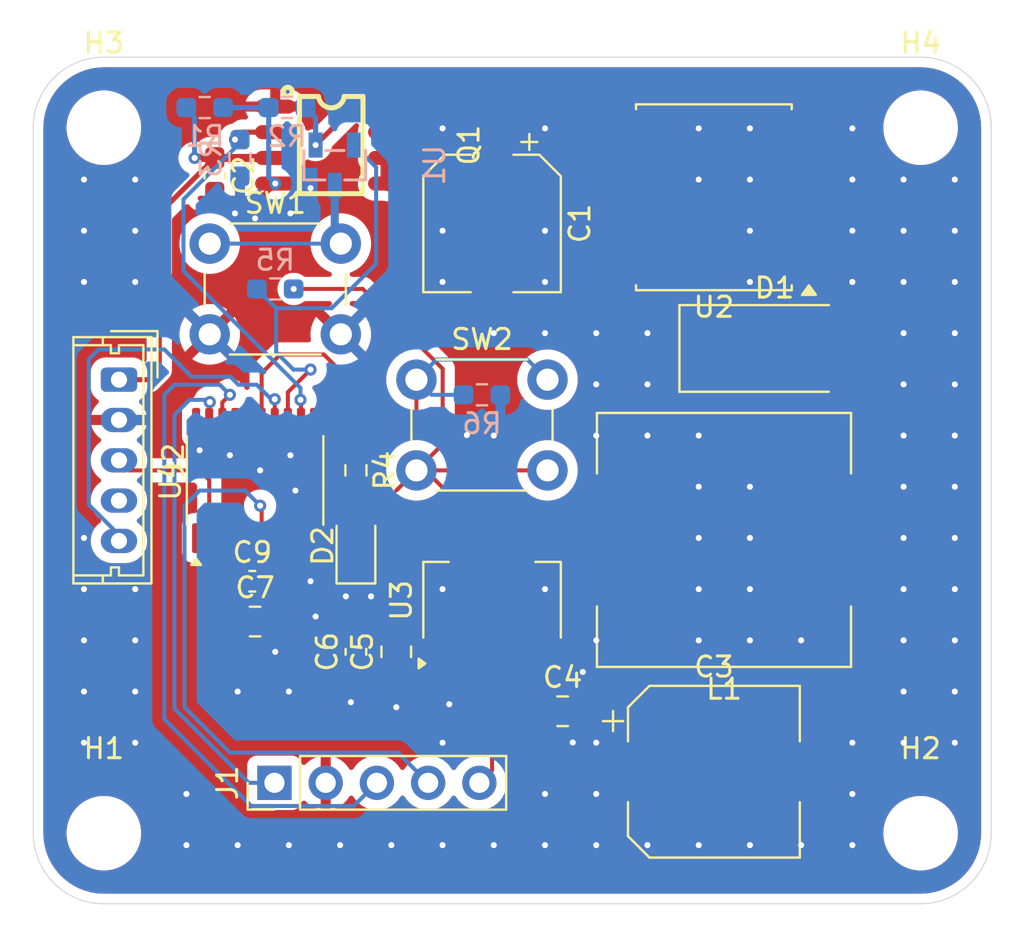
<source format=kicad_pcb>
(kicad_pcb (version 20241229) (generator "pcbnew") (generator_version "9.0")
  (layers (0 "F.Cu" signal) (2 "B.Cu" signal) (13 "F.Paste" user) (15 "B.Paste" user) (5 "F.SilkS" user "F.Silkscreen") (7 "B.SilkS" user "B.Silkscreen") (1 "F.Mask" user) (3 "B.Mask" user) (25 "Edge.Cuts" user))
  (net 0 "")
  (net 1 "GND")
  (net 2 "+36V")
  (net 3 "/Q1_G1")
  (net 4 "BATT+")
  (net 5 "+5V")
  (net 6 "+3.3V")
  (net 7 "Net-(D1-K)")
  (net 8 "Net-(D2-A)")
  (net 9 "/NRST")
  (net 10 "/EN")
  (net 11 "/SCOOTER_TX")
  (net 12 "/BUTTON")
  (net 13 "/Q1_D2")
  (net 14 "Net-(SW1-Pad1)")
  (net 15 "/PA13")
  (net 16 "/PA14")
  (net 17 "/PC14")
  (net 18 "/ON")
  (net 19 "/PA8")
  (net 20 "/PA1")
  (net 21 "/BOOT0_USART1_TX")
  (net 22 "/PA3")
  (net 23 "/PC15")
  (net 24 "/PB6")
  (net 25 "/PB7")
  (net 26 "/BOOT0_USART1_RX")
  (net 27 "/PA0")
  (net 28 "/PA2")
  (net 29 "/PA4")
  (footprint "Capacitor_SMD:CP_Elec_8x10" (layer "F.Cu") (at 97.25 77.95)
    (property "Reference" "C3" (at 0 -5.2 0) (layer "F.SilkS"))
    (property "Value" "220 uF")
    (pad "1" smd roundrect (at -3.25 0) (size 3.5 2.5) (layers "F.Cu" "F.Mask" "F.Paste") (roundrect_rratio 0.1) (net 5 "+5V"))
    (pad "2" smd roundrect (at 3.25 0) (size 3.5 2.5) (layers "F.Cu" "F.Mask" "F.Paste") (roundrect_rratio 0.1) (net 1 "GND"))
  )
  (footprint "Connector_PinHeader_2.54mm:PinHeader_1x05_P2.54mm_Vertical" (layer "F.Cu") (at 75.46 78.5 90)
    (property "Reference" "J1" (at 0 -2.33 90) (layer "F.SilkS"))
    (property "Value" "SWD")
    (pad "1" thru_hole rect (at 0 0 90) (size 1.7 1.7) (drill 1) (layers "*.Cu" "*.Mask") (net 16 "/PA14"))
    (pad "2" thru_hole oval (at 0 2.54 90) (size 1.7 1.7) (drill 1) (layers "*.Cu" "*.Mask") (net 1 "GND"))
    (pad "3" thru_hole oval (at 0 5.08 90) (size 1.7 1.7) (drill 1) (layers "*.Cu" "*.Mask") (net 15 "/PA13"))
    (pad "4" thru_hole oval (at 0 7.62 90) (size 1.7 1.7) (drill 1) (layers "*.Cu" "*.Mask") (net 9 "/NRST"))
    (pad "5" thru_hole oval (at 0 10.16 90) (size 1.7 1.7) (drill 1) (layers "*.Cu" "*.Mask") (net 6 "+3.3V"))
  )
  (footprint "Capacitor_SMD:C_0603_1608Metric_Pad1.08x0.95mm_HandSolder" (layer "F.Cu") (at 74.3625 68.5)
    (property "Reference" "C9" (at 0 -1.43 0) (layer "F.SilkS"))
    (property "Value" "100n")
    (pad "1" smd roundrect (at -0.8625 0) (size 1.075 0.95) (layers "F.Cu" "F.Mask" "F.Paste") (net 6 "+3.3V"))
    (pad "2" smd roundrect (at 0.8625 0) (size 1.075 0.95) (layers "F.Cu" "F.Mask" "F.Paste") (net 1 "GND"))
  )
  (footprint "Package_SO:SOIC-14W_7.5x9mm_P1.27mm" (layer "F.Cu") (at 97.25 49.45 180)
    (property "Reference" "U2" (at 0 -5.45 0) (layer "F.SilkS"))
    (property "Value" "LM2574HVM-5")
    (pad "1" smd roundrect (at -4.65 -3.81 180) (size 2.05 0.6) (layers "F.Cu" "F.Mask" "F.Paste"))
    (pad "2" smd roundrect (at -4.65 -2.54 180) (size 2.05 0.6) (layers "F.Cu" "F.Mask" "F.Paste"))
    (pad "3" smd roundrect (at -4.65 -1.27 180) (size 2.05 0.6) (layers "F.Cu" "F.Mask" "F.Paste") (net 5 "+5V"))
    (pad "4" smd roundrect (at -4.65 0 180) (size 2.05 0.6) (layers "F.Cu" "F.Mask" "F.Paste") (net 1 "GND"))
    (pad "5" smd roundrect (at -4.65 1.27 180) (size 2.05 0.6) (layers "F.Cu" "F.Mask" "F.Paste") (net 1 "GND"))
    (pad "6" smd roundrect (at -4.65 2.54 180) (size 2.05 0.6) (layers "F.Cu" "F.Mask" "F.Paste") (net 1 "GND"))
    (pad "7" smd roundrect (at -4.65 3.81 180) (size 2.05 0.6) (layers "F.Cu" "F.Mask" "F.Paste"))
    (pad "8" smd roundrect (at 4.65 3.81 180) (size 2.05 0.6) (layers "F.Cu" "F.Mask" "F.Paste"))
    (pad "9" smd roundrect (at 4.65 2.54 180) (size 2.05 0.6) (layers "F.Cu" "F.Mask" "F.Paste"))
    (pad "10" smd roundrect (at 4.65 1.27 180) (size 2.05 0.6) (layers "F.Cu" "F.Mask" "F.Paste") (net 2 "+36V"))
    (pad "11" smd roundrect (at 4.65 0 180) (size 2.05 0.6) (layers "F.Cu" "F.Mask" "F.Paste"))
    (pad "12" smd roundrect (at 4.65 -1.27 180) (size 2.05 0.6) (layers "F.Cu" "F.Mask" "F.Paste") (net 7 "Net-(D1-K)"))
    (pad "13" smd roundrect (at 4.65 -2.54 180) (size 2.05 0.6) (layers "F.Cu" "F.Mask" "F.Paste"))
    (pad "14" smd roundrect (at 4.65 -3.81 180) (size 2.05 0.6) (layers "F.Cu" "F.Mask" "F.Paste"))
  )
  (footprint "Capacitor_SMD:C_0603_1608Metric_Pad1.08x0.95mm_HandSolder" (layer "F.Cu") (at 79.5 72 90)
    (property "Reference" "C6" (at 0 -1.43 90) (layer "F.SilkS"))
    (property "Value" "100n|50V")
    (pad "1" smd roundrect (at -0.8625 0 90) (size 1.075 0.95) (layers "F.Cu" "F.Mask" "F.Paste") (net 6 "+3.3V"))
    (pad "2" smd roundrect (at 0.8625 0 90) (size 1.075 0.95) (layers "F.Cu" "F.Mask" "F.Paste") (net 1 "GND"))
  )
  (footprint "Capacitor_SMD:C_0805_2012Metric_Pad1.18x1.45mm_HandSolder" (layer "F.Cu") (at 89.75 74.95)
    (property "Reference" "C4" (at 0 -1.68 0) (layer "F.SilkS"))
    (property "Value" "22u|10V")
    (pad "1" smd roundrect (at -1.0375 0) (size 1.175 1.45) (layers "F.Cu" "F.Mask" "F.Paste") (roundrect_rratio 0.212766) (net 5 "+5V"))
    (pad "2" smd roundrect (at 1.0375 0) (size 1.175 1.45) (layers "F.Cu" "F.Mask" "F.Paste") (roundrect_rratio 0.212766) (net 1 "GND"))
  )
  (footprint "Capacitor_SMD:C_0603_1608Metric_Pad1.08x0.95mm_HandSolder" (layer "F.Cu") (at 72.5 48.3625 -90)
    (property "Reference" "C2" (at 0 -1.43 90) (layer "F.SilkS"))
    (property "Value" "100n")
    (pad "1" smd roundrect (at -0.8625 0 270) (size 1.075 0.95) (layers "F.Cu" "F.Mask" "F.Paste") (net 4 "BATT+"))
    (pad "2" smd roundrect (at 0.8625 0 270) (size 1.075 0.95) (layers "F.Cu" "F.Mask" "F.Paste") (net 3 "/Q1_G1"))
  )
  (footprint "MountingHole:MountingHole_3.2mm_M3" (layer "F.Cu") (at 107.5 46)
    (property "Reference" "H4" (at 0 -4.2 0) (layer "F.SilkS"))
    (property "Value" "MountingHole")
    (pad "" np_thru_hole circle (at 0 0) (size 3.2 3.2) (drill 3.2) (layers "*.Cu" "*.Mask"))
  )
  (footprint "MountingHole:MountingHole_3.2mm_M3" (layer "F.Cu") (at 67 46)
    (property "Reference" "H3" (at 0 -4.2 0) (layer "F.SilkS"))
    (property "Value" "MountingHole")
    (pad "" np_thru_hole circle (at 0 0) (size 3.2 3.2) (drill 3.2) (layers "*.Cu" "*.Mask"))
  )
  (footprint "Button_Switch_THT:SW_PUSH_6mm" (layer "F.Cu") (at 72.25 51.75)
    (property "Reference" "SW1" (at 3.25 -2 0) (layer "F.SilkS"))
    (property "Value" "SW_Push")
    (pad "1" thru_hole circle (at 0 0 90) (size 2 2) (drill 1.1) (layers "*.Cu" "*.Mask") (net 14 "Net-(SW1-Pad1)"))
    (pad "1" thru_hole circle (at 6.5 0 90) (size 2 2) (drill 1.1) (layers "*.Cu" "*.Mask") (net 14 "Net-(SW1-Pad1)"))
    (pad "2" thru_hole circle (at 0 4.5 90) (size 2 2) (drill 1.1) (layers "*.Cu" "*.Mask") (net 1 "GND"))
    (pad "2" thru_hole circle (at 6.5 4.5 90) (size 2 2) (drill 1.1) (layers "*.Cu" "*.Mask") (net 1 "GND"))
  )
  (footprint "MountingHole:MountingHole_3.2mm_M3" (layer "F.Cu") (at 67 81)
    (property "Reference" "H1" (at 0 -4.2 0) (layer "F.SilkS"))
    (property "Value" "MountingHole")
    (pad "" np_thru_hole circle (at 0 0) (size 3.2 3.2) (drill 3.2) (layers "*.Cu" "*.Mask"))
  )
  (footprint "Connector_Molex:Molex_Micro-Latch_53253-0570_1x05_P2.00mm_Vertical" (layer "F.Cu") (at 67.75 58.5 -90)
    (property "Reference" "J2" (at 4 -2.7 90) (layer "F.SilkS"))
    (property "Value" "Scooter")
    (pad "1" thru_hole roundrect (at 0 0 270) (size 1.2 1.8) (drill 0.8) (layers "*.Cu" "*.Mask") (roundrect_rratio 0.208333) (net 4 "BATT+"))
    (pad "2" thru_hole oval (at 2 0 270) (size 1.2 1.8) (drill 0.8) (layers "*.Cu" "*.Mask") (net 1 "GND"))
    (pad "3" thru_hole oval (at 4 0 270) (size 1.2 1.8) (drill 0.8) (layers "*.Cu" "*.Mask") (net 17 "/PC14"))
    (pad "4" thru_hole oval (at 6 0 270) (size 1.2 1.8) (drill 0.8) (layers "*.Cu" "*.Mask") (net 11 "/SCOOTER_TX"))
    (pad "5" thru_hole oval (at 8 0 270) (size 1.2 1.8) (drill 0.8) (layers "*.Cu" "*.Mask") (net 10 "/EN"))
  )
  (footprint "MountingHole:MountingHole_3.2mm_M3" (layer "F.Cu") (at 107.5 81)
    (property "Reference" "H2" (at 0 -4.2 0) (layer "F.SilkS"))
    (property "Value" "MountingHole")
    (pad "" np_thru_hole circle (at 0 0) (size 3.2 3.2) (drill 3.2) (layers "*.Cu" "*.Mask"))
  )
  (footprint "Package_TO_SOT_SMD:SOT-223-3_TabPin2" (layer "F.Cu") (at 86.25 69.45 90)
    (property "Reference" "U3" (at 0 -4.5 90) (layer "F.SilkS"))
    (property "Value" "AZ1117-3.3")
    (pad "1" smd roundrect (at -3.15 -2.3 90) (size 2 1.5) (layers "F.Cu" "F.Mask" "F.Paste") (net 1 "GND"))
    (pad "2" smd roundrect (at -3.15 0 90) (size 2 1.5) (layers "F.Cu" "F.Mask" "F.Paste") (net 6 "+3.3V"))
    (pad "2" smd roundrect (at 3.15 0 90) (size 2 3.8) (layers "F.Cu" "F.Mask" "F.Paste") (net 6 "+3.3V"))
    (pad "3" smd roundrect (at -3.15 2.3 90) (size 2 1.5) (layers "F.Cu" "F.Mask" "F.Paste") (net 5 "+5V"))
  )
  (footprint "Diode_SMD:D_SMB_Handsoldering" (layer "F.Cu") (at 100.25 56.95)
    (property "Reference" "D1" (at 0 -3 0) (layer "F.SilkS"))
    (property "Value" "SK26")
    (pad "1" smd roundrect (at -2.7 0) (size 3.5 2.3) (layers "F.Cu" "F.Mask" "F.Paste") (roundrect_rratio 0.1086956522) (net 7 "Net-(D1-K)"))
    (pad "2" smd roundrect (at 2.7 0) (size 3.5 2.3) (layers "F.Cu" "F.Mask" "F.Paste") (roundrect_rratio 0.1086956522) (net 1 "GND"))
  )
  (footprint "Capacitor_SMD:CP_Elec_6.3x7.7" (layer "F.Cu") (at 86.25 50.75 -90)
    (property "Reference" "C1" (at 0 -4.35 90) (layer "F.SilkS"))
    (property "Value" "22uF")
    (pad "1" smd roundrect (at -2.7 0 270) (size 3.5 1.6) (layers "F.Cu" "F.Mask" "F.Paste") (roundrect_rratio 0.15625) (net 2 "+36V"))
    (pad "2" smd roundrect (at 2.7 0 270) (size 3.5 1.6) (layers "F.Cu" "F.Mask" "F.Paste") (roundrect_rratio 0.15625) (net 1 "GND"))
  )
  (footprint "LED_SMD:LED_0805_2012Metric_Pad1.15x1.40mm_HandSolder" (layer "F.Cu") (at 79.5 66.75 90)
    (property "Reference" "D2" (at 0 -1.65 90) (layer "F.SilkS"))
    (property "Value" "LED")
    (pad "1" smd roundrect (at -1.025 0 90) (size 1.15 1.4) (layers "F.Cu" "F.Mask" "F.Paste") (roundrect_rratio 0.217391) (net 1 "GND"))
    (pad "2" smd roundrect (at 1.025 0 90) (size 1.15 1.4) (layers "F.Cu" "F.Mask" "F.Paste") (roundrect_rratio 0.217391) (net 8 "Net-(D2-A)"))
  )
  (footprint "Button_Switch_THT:SW_PUSH_6mm" (layer "F.Cu") (at 82.5 58.5)
    (property "Reference" "SW2" (at 3.25 -2 0) (layer "F.SilkS"))
    (property "Value" "SW_Push")
    (pad "1" thru_hole circle (at 0 0 90) (size 2 2) (drill 1.1) (layers "*.Cu" "*.Mask") (net 20 "/PA1"))
    (pad "1" thru_hole circle (at 6.5 0 90) (size 2 2) (drill 1.1) (layers "*.Cu" "*.Mask") (net 20 "/PA1"))
    (pad "2" thru_hole circle (at 0 4.5 90) (size 2 2) (drill 1.1) (layers "*.Cu" "*.Mask") (net 6 "+3.3V"))
    (pad "2" thru_hole circle (at 6.5 4.5 90) (size 2 2) (drill 1.1) (layers "*.Cu" "*.Mask") (net 6 "+3.3V"))
  )
  (footprint "Capacitor_SMD:C_0805_2012Metric_Pad1.18x1.45mm_HandSolder" (layer "F.Cu") (at 81.5 72 90)
    (property "Reference" "C5" (at 0 -1.68 90) (layer "F.SilkS"))
    (property "Value" "22u|10V")
    (pad "1" smd roundrect (at -1.0375 0 90) (size 1.175 1.45) (layers "F.Cu" "F.Mask" "F.Paste") (roundrect_rratio 0.212766) (net 6 "+3.3V"))
    (pad "2" smd roundrect (at 1.0375 0 90) (size 1.175 1.45) (layers "F.Cu" "F.Mask" "F.Paste") (roundrect_rratio 0.212766) (net 1 "GND"))
  )
  (footprint "Inductor_SMD:L_12x12mm_H8mm" (layer "F.Cu") (at 97.75 66.45 180)
    (property "Reference" "L1" (at 0 -7.4 0) (layer "F.SilkS"))
    (property "Value" "680 uH")
    (pad "1" smd rect (at -4.95 0 180) (size 2.9 5.4) (layers "F.Cu" "F.Mask" "F.Paste") (net 7 "Net-(D1-K)"))
    (pad "2" smd rect (at 4.95 0 180) (size 2.9 5.4) (layers "F.Cu" "F.Mask" "F.Paste") (net 5 "+5V"))
  )
  (footprint "easyeda2kicad:SOIC-8_L4.9-W3.9-P1.27-LS6.0-BL-2" (layer "F.Cu") (at 78.3 46.86 -90)
    (property "Reference" "Q1" (at 0 -6.8 90) (layer "F.SilkS"))
    (property "Value" "AO4612_C4748739")
    (pad "1" smd oval (at -1.91 2.8 90) (size 0.7 2) (layers "F.Cu" "F.Mask" "F.Paste") (net 1 "GND"))
    (pad "2" smd oval (at -0.64 2.8 90) (size 0.7 2) (layers "F.Cu" "F.Mask" "F.Paste") (net 18 "/ON"))
    (pad "3" smd oval (at 0.64 2.8 90) (size 0.7 2) (layers "F.Cu" "F.Mask" "F.Paste") (net 4 "BATT+"))
    (pad "4" smd oval (at 1.91 2.8 90) (size 0.7 2) (layers "F.Cu" "F.Mask" "F.Paste") (net 3 "/Q1_G1"))
    (pad "5" smd oval (at 1.91 -2.8 90) (size 0.7 2) (layers "F.Cu" "F.Mask" "F.Paste") (net 2 "+36V"))
    (pad "6" smd oval (at 0.64 -2.8 90) (size 0.7 2) (layers "F.Cu" "F.Mask" "F.Paste") (net 2 "+36V"))
    (pad "7" smd oval (at -0.64 -2.8 90) (size 0.7 2) (layers "F.Cu" "F.Mask" "F.Paste") (net 13 "/Q1_D2"))
    (pad "8" smd oval (at -1.91 -2.8 90) (size 0.7 2) (layers "F.Cu" "F.Mask" "F.Paste") (net 13 "/Q1_D2"))
  )
  (footprint "Resistor_SMD:R_0603_1608Metric_Pad0.98x0.95mm_HandSolder" (layer "F.Cu") (at 79.5 63 -90)
    (property "Reference" "R4" (at 0 -1.43 90) (layer "F.SilkS"))
    (property "Value" "100k")
    (pad "1" smd roundrect (at -0.9125 0 270) (size 0.975 0.95) (layers "F.Cu" "F.Mask" "F.Paste") (net 19 "/PA8"))
    (pad "2" smd roundrect (at 0.9125 0 270) (size 0.975 0.95) (layers "F.Cu" "F.Mask" "F.Paste") (net 8 "Net-(D2-A)"))
  )
  (footprint "Capacitor_SMD:C_0805_2012Metric_Pad1.18x1.45mm_HandSolder" (layer "F.Cu") (at 74.5 70.5)
    (property "Reference" "C7" (at 0 -1.68 0) (layer "F.SilkS"))
    (property "Value" "4.7u")
    (pad "1" smd roundrect (at -1.0375 0) (size 1.175 1.45) (layers "F.Cu" "F.Mask" "F.Paste") (roundrect_rratio 0.212766) (net 6 "+3.3V"))
    (pad "2" smd roundrect (at 1.0375 0) (size 1.175 1.45) (layers "F.Cu" "F.Mask" "F.Paste") (roundrect_rratio 0.212766) (net 1 "GND"))
  )
  (footprint "Package_SO:TSSOP-20_4.4x6.5mm_P0.65mm" (layer "F.Cu") (at 74.5 63.5 90)
    (property "Reference" "U4" (at 0 -4.2 90) (layer "F.SilkS"))
    (property "Value" "STM32C011F6Px")
    (pad "1" smd roundrect (at -2.8625 -2.925 90) (size 1.475 0.4) (layers "F.Cu" "F.Mask" "F.Paste") (net 25 "/PB7"))
    (pad "2" smd roundrect (at -2.8625 -2.275 90) (size 1.475 0.4) (layers "F.Cu" "F.Mask" "F.Paste") (net 17 "/PC14"))
    (pad "3" smd roundrect (at -2.8625 -1.625 90) (size 1.475 0.4) (layers "F.Cu" "F.Mask" "F.Paste") (net 23 "/PC15"))
    (pad "4" smd roundrect (at -2.8625 -0.975 90) (size 1.475 0.4) (layers "F.Cu" "F.Mask" "F.Paste") (net 6 "+3.3V"))
    (pad "5" smd roundrect (at -2.8625 -0.325 90) (size 1.475 0.4) (layers "F.Cu" "F.Mask" "F.Paste") (net 1 "GND"))
    (pad "6" smd roundrect (at -2.8625 0.325 90) (size 1.475 0.4) (layers "F.Cu" "F.Mask" "F.Paste") (net 9 "/NRST"))
    (pad "7" smd roundrect (at -2.8625 0.975 90) (size 1.475 0.4) (layers "F.Cu" "F.Mask" "F.Paste") (net 27 "/PA0"))
    (pad "8" smd roundrect (at -2.8625 1.625 90) (size 1.475 0.4) (layers "F.Cu" "F.Mask" "F.Paste") (net 20 "/PA1"))
    (pad "9" smd roundrect (at -2.8625 2.275 90) (size 1.475 0.4) (layers "F.Cu" "F.Mask" "F.Paste") (net 28 "/PA2"))
    (pad "10" smd roundrect (at -2.8625 2.925 90) (size 1.475 0.4) (layers "F.Cu" "F.Mask" "F.Paste") (net 22 "/PA3"))
    (pad "11" smd roundrect (at 2.8625 2.925 90) (size 1.475 0.4) (layers "F.Cu" "F.Mask" "F.Paste") (net 29 "/PA4"))
    (pad "12" smd roundrect (at 2.8625 2.275 90) (size 1.475 0.4) (layers "F.Cu" "F.Mask" "F.Paste") (net 18 "/ON"))
    (pad "13" smd roundrect (at 2.8625 1.625 90) (size 1.475 0.4) (layers "F.Cu" "F.Mask" "F.Paste") (net 12 "/BUTTON"))
    (pad "14" smd roundrect (at 2.8625 0.975 90) (size 1.475 0.4) (layers "F.Cu" "F.Mask" "F.Paste") (net 10 "/EN"))
    (pad "15" smd roundrect (at 2.8625 0.325 90) (size 1.475 0.4) (layers "F.Cu" "F.Mask" "F.Paste") (net 19 "/PA8"))
    (pad "16" smd roundrect (at 2.8625 -0.325 90) (size 1.475 0.4) (layers "F.Cu" "F.Mask" "F.Paste") (net 21 "/BOOT0_USART1_TX"))
    (pad "17" smd roundrect (at 2.8625 -0.975 90) (size 1.475 0.4) (layers "F.Cu" "F.Mask" "F.Paste") (net 26 "/BOOT0_USART1_RX"))
    (pad "18" smd roundrect (at 2.8625 -1.625 90) (size 1.475 0.4) (layers "F.Cu" "F.Mask" "F.Paste") (net 15 "/PA13"))
    (pad "19" smd roundrect (at 2.8625 -2.275 90) (size 1.475 0.4) (layers "F.Cu" "F.Mask" "F.Paste") (net 16 "/PA14"))
    (pad "20" smd roundrect (at 2.8625 -2.925 90) (size 1.475 0.4) (layers "F.Cu" "F.Mask" "F.Paste") (net 24 "/PB6"))
  )
  (footprint "Resistor_SMD:R_0603_1608Metric_Pad0.98x0.95mm_HandSolder" (layer "B.Cu") (at 72 45)
    (property "Reference" "R1" (at 0 1.43 180) (layer "B.SilkS") (effects (justify mirror)))
    (property "Value" "100k")
    (pad "1" smd roundrect (at -0.9125 0) (size 0.975 0.95) (layers "B.Cu" "B.Mask" "B.Paste") (net 4 "BATT+"))
    (pad "2" smd roundrect (at 0.9125 0) (size 0.975 0.95) (layers "B.Cu" "B.Mask" "B.Paste") (net 3 "/Q1_G1"))
  )
  (footprint "easyeda2kicad:SOT-23-3_L2.9-W1.3-P1.90-LS2.4-BR" (layer "B.Cu") (at 78.45 47.86 90)
    (property "Reference" "U1" (at 0 4.95 90) (layer "B.SilkS") (effects (justify mirror)))
    (property "Value" "BAS70-05")
    (pad "1" smd rect (at 1 -0.95 90) (size 1.25 0.7) (layers "B.Cu" "B.Mask" "B.Paste") (net 13 "/Q1_D2"))
    (pad "2" smd rect (at 1 0.95 90) (size 1.25 0.7) (layers "B.Cu" "B.Mask" "B.Paste") (net 12 "/BUTTON"))
    (pad "3" smd rect (at -1 0 90) (size 1.25 0.7) (layers "B.Cu" "B.Mask" "B.Paste") (net 14 "Net-(SW1-Pad1)"))
  )
  (footprint "Resistor_SMD:R_0603_1608Metric_Pad0.98x0.95mm_HandSolder" (layer "B.Cu") (at 76.0875 45)
    (property "Reference" "R2" (at 0 1.43 180) (layer "B.SilkS") (effects (justify mirror)))
    (property "Value" "300k")
    (pad "1" smd roundrect (at -0.9125 0) (size 0.975 0.95) (layers "B.Cu" "B.Mask" "B.Paste") (net 3 "/Q1_G1"))
    (pad "2" smd roundrect (at 0.9125 0) (size 0.975 0.95) (layers "B.Cu" "B.Mask" "B.Paste") (net 13 "/Q1_D2"))
  )
  (footprint "Resistor_SMD:R_0603_1608Metric_Pad0.98x0.95mm_HandSolder" (layer "B.Cu") (at 73.75 47.5 -90)
    (property "Reference" "R3" (at 0 1.43 90) (layer "B.SilkS") (effects (justify mirror)))
    (property "Value" "100k")
    (pad "1" smd roundrect (at -0.9125 0 270) (size 0.975 0.95) (layers "B.Cu" "B.Mask" "B.Paste") (net 18 "/ON"))
    (pad "2" smd roundrect (at 0.9125 0 270) (size 0.975 0.95) (layers "B.Cu" "B.Mask" "B.Paste") (net 1 "GND"))
  )
  (footprint "Resistor_SMD:R_0603_1608Metric_Pad0.98x0.95mm_HandSolder" (layer "B.Cu") (at 75.5 54 180)
    (property "Reference" "R5" (at 0 1.43 0) (layer "B.SilkS") (effects (justify mirror)))
    (property "Value" "100k")
    (pad "1" smd roundrect (at -0.9125 0 180) (size 0.975 0.95) (layers "B.Cu" "B.Mask" "B.Paste") (net 6 "+3.3V"))
    (pad "2" smd roundrect (at 0.9125 0 180) (size 0.975 0.95) (layers "B.Cu" "B.Mask" "B.Paste") (net 12 "/BUTTON"))
  )
  (footprint "Resistor_SMD:R_0603_1608Metric_Pad0.98x0.95mm_HandSolder" (layer "B.Cu") (at 85.75 59.25)
    (property "Reference" "R6" (at 0 1.43 0) (layer "B.SilkS") (effects (justify mirror)))
    (property "Value" "100k")
    (pad "1" smd roundrect (at -0.9125 0) (size 0.975 0.95) (layers "B.Cu" "B.Mask" "B.Paste") (net 20 "/PA1"))
    (pad "2" smd roundrect (at 0.9125 0) (size 0.975 0.95) (layers "B.Cu" "B.Mask" "B.Paste") (net 1 "GND"))
  )
  (gr_arc (start 63.5 46) (mid 64.525126 43.525126) (end 67 42.5) (stroke (width 0.05)) (layer "Edge.Cuts"))
  (gr_line (start 111 81) (end 111 46) (stroke (width 0.05)) (layer "Edge.Cuts"))
  (gr_arc (start 111 81) (mid 109.974874 83.474874) (end 107.5 84.5) (stroke (width 0.05)) (layer "Edge.Cuts"))
  (gr_arc (start 67 84.5) (mid 64.525126 83.474874) (end 63.5 81) (stroke (width 0.05)) (layer "Edge.Cuts"))
  (gr_line (start 107.5 42.5) (end 67 42.5) (stroke (width 0.05)) (layer "Edge.Cuts"))
  (gr_line (start 67 84.5) (end 107.5 84.5) (stroke (width 0.05)) (layer "Edge.Cuts"))
  (gr_arc (start 107.5 42.5) (mid 109.974874 43.525126) (end 111 46) (stroke (width 0.05)) (layer "Edge.Cuts"))
  (gr_line (start 63.5 46) (end 63.5 81) (stroke (width 0.05)) (layer "Edge.Cuts"))
  (segment (start 75.225 68.725) (end 75.5375 69.0375) (width 0.2) (layer "F.Cu") (net 1))
  (segment (start 81.5 70.9625) (end 81.51875 70.98125) (width 0.2) (layer "F.Cu") (net 1))
  (segment (start 81.325 71.1375) (end 81.5 70.9625) (width 0.2) (layer "F.Cu") (net 1))
  (segment (start 74.175 66.3625) (end 74.175 67.45) (width 0.2) (layer "F.Cu") (net 1))
  (segment (start 75.5375 69.0375) (end 75.5375 70.5) (width 0.2) (layer "F.Cu") (net 1))
  (segment (start 75.225 68.5) (end 75.225 68.725) (width 0.2) (layer "F.Cu") (net 1))
  (segment (start 74.175 67.45) (end 75.225 68.5) (width 0.2) (layer "F.Cu") (net 1))
  (via (at 88.875 46.03175) (size 0.6) (drill 0.3) (layers "F.Cu" "B.Cu") (net 1))
  (via (at 109.195 53.65175) (size 0.6) (drill 0.3) (layers "F.Cu" "B.Cu") (net 1))
  (via (at 90.75 73) (size 0.6) (drill 0.3) (layers "F.Cu" "B.Cu") (net 1))
  (via (at 96.495 46.03175) (size 0.6) (drill 0.3) (layers "F.Cu" "B.Cu") (net 1))
  (via (at 99.035 66.35175) (size 0.6) (drill 0.3) (layers "F.Cu" "B.Cu") (net 1))
  (via (at 68.555 68.89175) (size 0.6) (drill 0.3) (layers "F.Cu" "B.Cu") (net 1))
  (via (at 106.655 71.43175) (size 0.6) (drill 0.3) (layers "F.Cu" "B.Cu") (net 1))
  (via (at 77.25 49) (size 0.6) (drill 0.3) (layers "F.Cu" "B.Cu") (net 1))
  (via (at 96.495 66.35175) (size 0.6) (drill 0.3) (layers "F.Cu" "B.Cu") (net 1))
  (via (at 66.015 73.97175) (size 0.6) (drill 0.3) (layers "F.Cu" "B.Cu") (net 1))
  (via (at 78.715 81.59175) (size 0.6) (drill 0.3) (layers "F.Cu" "B.Cu") (net 1))
  (via (at 106.655 51.11175) (size 0.6) (drill 0.3) (layers "F.Cu" "B.Cu") (net 1))
  (via (at 88.875 79.05175) (size 0.6) (drill 0.3) (layers "F.Cu" "B.Cu") (net 1))
  (via (at 83.795 53.65175) (size 0.6) (drill 0.3) (layers "F.Cu" "B.Cu") (net 1))
  (via (at 80.25 69.25) (size 0.6) (drill 0.3) (layers "F.Cu" "B.Cu") (net 1))
  (via (at 66.015 68.89175) (size 0.6) (drill 0.3) (layers "F.Cu" "B.Cu") (net 1))
  (via (at 68.555 51.11175) (size 0.6) (drill 0.3) (layers "F.Cu" "B.Cu") (net 1))
  (via (at 88.875 68.89175) (size 0.6) (drill 0.3) (layers "F.Cu" "B.Cu") (net 1))
  (via (at 83.795 51.11175) (size 0.6) (drill 0.3) (layers "F.Cu" "B.Cu") (net 1))
  (via (at 96.495 68.89175) (size 0.6) (drill 0.3) (layers "F.Cu" "B.Cu") (net 1))
  (via (at 88.875 51.11175) (size 0.6) (drill 0.3) (layers "F.Cu" "B.Cu") (net 1))
  (via (at 66.015 76.51175) (size 0.6) (drill 0.3) (layers "F.Cu" "B.Cu") (net 1))
  (via (at 91.415 76.51175) (size 0.6) (drill 0.3) (layers "F.Cu" "B.Cu") (net 1))
  (via (at 109.195 48.57175) (size 0.6) (drill 0.3) (layers "F.Cu" "B.Cu") (net 1))
  (via (at 81.255 81.59175) (size 0.6) (drill 0.3) (layers "F.Cu" "B.Cu") (net 1))
  (via (at 106.655 48.57175) (size 0.6) (drill 0.3) (layers "F.Cu" "B.Cu") (net 1))
  (via (at 66.015 48.57175) (size 0.6) (drill 0.3) (layers "F.Cu" "B.Cu") (net 1))
  (via (at 93.955 61.27175) (size 0.6) (drill 0.3) (layers "F.Cu" "B.Cu") (net 1))
  (via (at 106.655 58.73175) (size 0.6) (drill 0.3) (layers "F.Cu" "B.Cu") (net 1))
  (via (at 76.175 81.59175) (size 0.6) (drill 0.3) (layers "F.Cu" "B.Cu") (net 1))
  (via (at 106.655 68.89175) (size 0.6) (drill 0.3) (layers "F.Cu" "B.Cu") (net 1))
  (via (at 79.25 74.5) (size 0.6) (drill 0.3) (layers "F.Cu" "B.Cu") (net 1))
  (via (at 76.25 50.25) (size 0.6) (drill 0.3) (layers "F.Cu" "B.Cu") (net 1))
  (via (at 84.126903 74.6) (size 0.6) (drill 0.3) (layers "F.Cu" "B.Cu") (net 1))
  (via (at 83.795 76.51175) (size 0.6) (drill 0.3) (layers "F.Cu" "B.Cu") (net 1))
  (via (at 109.195 73.97175) (size 0.6) (drill 0.3) (layers "F.Cu" "B.Cu") (net 1))
  (via (at 109.195 68.89175) (size 0.6) (drill 0.3) (layers "F.Cu" "B.Cu") (net 1))
  (via (at 104.115 46.03175) (size 0.6) (drill 0.3) (layers "F.Cu" "B.Cu") (net 1))
  (via (at 99.035 81.59175) (size 0.6) (drill 0.3) (layers "F.Cu" "B.Cu") (net 1))
  (via (at 91.415 56.19175) (size 0.6) (drill 0.3) (layers "F.Cu" "B.Cu") (net 1))
  (via (at 109.195 66.35175) (size 0.6) (drill 0.3) (layers "F.Cu" "B.Cu") (net 1))
  (via (at 93.955 81.59175) (size 0.6) (drill 0.3) (layers "F.Cu" "B.Cu") (net 1))
  (via (at 83.795 68.89175) (size 0.6) (drill 0.3) (layers "F.Cu" "B.Cu") (net 1))
  (via (at 88.875 81.59175) (size 0.6) (drill 0.3) (layers "F.Cu" "B.Cu") (net 1))
  (via (at 101.575 71.43175) (size 0.6) (drill 0.3) (layers "F.Cu" "B.Cu") (net 1))
  (via (at 99.035 68.89175) (size 0.6) (drill 0.3) (layers "F.Cu" "B.Cu") (net 1))
  (via (at 71.75 62) (size 0.6) (drill 0.3) (layers "F.Cu" "B.Cu") (net 1))
  (via (at 83.795 81.59175) (size 0.6) (drill 0.3) (layers "F.Cu" "B.Cu") (net 1))
  (via (at 99.035 51.11175) (size 0.6) (drill 0.3) (layers "F.Cu" "B.Cu") (net 1))
  (via (at 91.415 81.59175) (size 0.6) (drill 0.3) (layers "F.Cu" "B.Cu") (net 1))
  (via (at 76.5 64) (size 0.6) (drill 0.3) (layers "F.Cu" "B.Cu") (net 1))
  (via (at 73.25 62.25) (size 0.6) (drill 0.3) (layers "F.Cu" "B.Cu") (net 1))
  (via (at 91.415 71.43175) (size 0.6) (drill 0.3) (layers "F.Cu" "B.Cu") (net 1))
  (via (at 74.5 50.5) (size 0.6) (drill 0.3) (layers "F.Cu" "B.Cu") (net 1))
  (via (at 96.495 61.27175) (size 0.6) (drill 0.3) (layers "F.Cu" "B.Cu") (net 1))
  (via (at 104.115 51.11175) (size 0.6) (drill 0.3) (layers "F.Cu" "B.Cu") (net 1))
  (via (at 81.5 74.75) (size 0.6) (drill 0.3) (layers "F.Cu" "B.Cu") (net 1))
  (via (at 106.655 61.27175) (size 0.6) (drill 0.3) (layers "F.Cu" "B.Cu") (net 1))
  (via (at 66.015 66.35175) (size 0.6) (drill 0.3) (layers "F.Cu" "B.Cu") (net 1))
  (via (at 68.555 71.43175) (size 0.6) (drill 0.3) (layers "F.Cu" "B.Cu") (net 1))
  (via (at 93.955 58.73175) (size 0.6) (drill 0.3) (layers "F.Cu" "B.Cu") (net 1))
  (via (at 106.655 63.81175) (size 0.6) (drill 0.3) (layers "F.Cu" "B.Cu") (net 1))
  (via (at 88.875 56.19175) (size 0.6) (drill 0.3) (layers "F.Cu" "B.Cu") (net 1))
  (via (at 73.635 73.97175) (size 0.6) (drill 0.3) (layers "F.Cu" "B.Cu") (net 1))
  (via (at 106.655 56.19175) (size 0.6) (drill 0.3) (layers "F.Cu" "B.Cu") (net 1))
  (via (at 96.495 81.59175) (size 0.6) (drill 0.3) (layers "F.Cu" "B.Cu") (net 1))
  (via (at 104.115 48.57175) (size 0.6) (drill 0.3) (layers "F.Cu" "B.Cu") (net 1))
  (via (at 91.415 79.05175) (size 0.6) (drill 0.3) (layers "F.Cu" "B.Cu") (net 1))
  (via (at 99.035 63.81175) (size 0.6) (drill 0.3) (layers "F.Cu" "B.Cu") (net 1))
  (via (at 79 69.25) (size 0.6) (drill 0.3) (layers "F.Cu" "B.Cu") (net 1))
  (via (at 109.195 71.43175) (size 0.6) (drill 0.3) (layers "F.Cu" "B.Cu") (net 1))
  (via (at 106.655 53.65175) (size 0.6) (drill 0.3) (layers "F.Cu" "B.Cu") (net 1))
  (via (at 109.195 51.11175) (size 0.6) (drill 0.3) (layers "F.Cu" "B.Cu") (net 1))
  (via (at 71.095 79.05175) (size 0.6) (drill 0.3) (layers "F.Cu" "B.Cu") (net 1))
  (via (at 99.035 48.57175) (size 0.6) (drill 0.3) (layers "F.Cu" "B.Cu") (net 1))
  (via (at 75.5 72) (size 0.6) (drill 0.3) (layers "F.Cu" "B.Cu") (net 1))
  (via (at 77.5 70.25) (size 0.6) (drill 0.3) (layers "F.Cu" "B.Cu") (net 1))
  (via (at 71.095 81.59175) (size 0.6) (drill 0.3) (layers "F.Cu" "B.Cu") (net 1))
  (via (at 101.575 81.59175) (size 0.6) (drill 0.3) (layers "F.Cu" "B.Cu") (net 1))
  (via (at 96.495 71.43175) (size 0.6) (drill 0.3) (layers "F.Cu" "B.Cu") (net 1))
  (via (at 104.115 79.05175) (size 0.6) (drill 0.3) (layers "F.Cu" "B.Cu") (net 1))
  (via (at 104.115 76.51175) (size 0.6) (drill 0.3) (layers "F.Cu" "B.Cu") (net 1))
  (via (at 86.335 81.59175) (size 0.6) (drill 0.3) (layers "F.Cu" "B.Cu") (net 1))
  (via (at 66.015 71.43175) (size 0.6) (drill 0.3) (layers "F.Cu" "B.Cu") (net 1))
  (via (at 106.655 76.51175) (size 0.6) (drill 0.3) (layers "F.Cu" "B.Cu") (net 1))
  (via (at 68.555 53.65175) (size 0.6) (drill 0.3) (layers "F.Cu" "B.Cu") (net 1))
  (via (at 99.035 53.65175) (size 0.6) (drill 0.3) (layers "F.Cu" "B.Cu") (net 1))
  (via (at 109.195 61.27175) (size 0.6) (drill 0.3) (layers "F.Cu" "B.Cu") (net 1))
  (via (at 83.795 46.03175) (size 0.6) (drill 0.3) (layers "F.Cu" "B.Cu") (net 1))
  (via (at 86.335 61.27175) (size 0.6) (drill 0.3) (layers "F.Cu" "B.Cu") (net 1))
  (via (at 76.175 73.97175) (size 0.6) (drill 0.3) (layers "F.Cu" "B.Cu") (net 1))
  (via (at 96.495 63.81175) (size 0.6) (drill 0.3) (layers "F.Cu" "B.Cu") (net 1))
  (via (at 66.015 51.11175) (size 0.6) (drill 0.3) (layers "F.Cu" "B.Cu") (net 1))
  (via (at 76.25 62.25) (size 0.6) (drill 0.3) (layers "F.Cu" "B.Cu") (net 1))
  (via (at 86.335 56.19175) (size 0.6) (drill 0.3) (layers "F.Cu" "B.Cu") (net 1))
  (via (at 104.115 53.65175) (size 0.6) (drill 0.3) (layers "F.Cu" "B.Cu") (net 1))
  (via (at 88.875 53.65175) (size 0.6) (drill 0.3) (layers "F.Cu" "B.Cu") (net 1))
  (via (at 90.25 76.5) (size 0.6) (drill 0.3) (layers "F.Cu" "B.Cu") (net 1))
  (via (at 66.015 53.65175) (size 0.6) (drill 0.3) (layers "F.Cu" "B.Cu") (net 1))
  (via (at 109.195 63.81175) (size 0.6) (drill 0.3) (layers "F.Cu" "B.Cu") (net 1))
  (via (at 77.25 68.5) (size 0.6) (drill 0.3) (layers "F.Cu" "B.Cu") (net 1))
  (via (at 85 61.25) (size 0.6) (drill 0.3) (layers "F.Cu" "B.Cu") (net 1))
  (via (at 74.75 63) (size 0.6) (drill 0.3) (layers "F.Cu" "B.Cu") (net 1))
  (via (at 73.5 50.25) (size 0.6) (drill 0.3) (layers "F.Cu" "B.Cu") (net 1))
  (via (at 68.555 76.51175) (size 0.6) (drill 0.3) (layers "F.Cu" "B.Cu") (net 1))
  (via (at 106.655 73.97175) (size 0.6) (drill 0.3) (layers "F.Cu" "B.Cu") (net 1))
  (via (at 104.115 81.59175) (size 0.6) (drill 0.3) (layers "F.Cu" "B.Cu") (net 1))
  (via (at 109.195 58.73175) (size 0.6) (drill 0.3) (layers "F.Cu" "B.Cu") (net 1))
  (via (at 99.035 71.43175) (size 0.6) (drill 0.3) (layers "F.Cu" "B.Cu") (net 1))
  (via (at 73.635 81.59175) (size 0.6) (drill 0.3) (layers "F.Cu" "B.Cu") (net 1))
  (via (at 106.655 66.35175) (size 0.6) (drill 0.3) (layers "F.Cu" "B.Cu") (net 1))
  (via (at 109.195 76.51175) (size 0.6) (drill 0.3) (layers "F.Cu" "B.Cu") (net 1))
  (via (at 93.955 56.19175) (size 0.6) (drill 0.3) (layers "F.Cu" "B.Cu") (net 1))
  (via (at 109.195 56.19175) (size 0.6) (drill 0.3) (layers "F.Cu" "B.Cu") (net 1))
  (via (at 68.555 73.97175) (size 0.6) (drill 0.3) (layers "F.Cu" "B.Cu") (net 1))
  (via (at 68.555 48.57175) (size 0.6) (drill 0.3) (layers "F.Cu" "B.Cu") (net 1))
  (via (at 91.415 61.27175) (size 0.6) (drill 0.3) (layers "F.Cu" "B.Cu") (net 1))
  (via (at 96.495 48.57175) (size 0.6) (drill 0.3) (layers "F.Cu" "B.Cu") (net 1))
  (via (at 91.415 58.73175) (size 0.6) (drill 0.3) (layers "F.Cu" "B.Cu") (net 1))
  (via (at 99.035 46.03175) (size 0.6) (drill 0.3) (layers "F.Cu" "B.Cu") (net 1))
  (segment (start 86.38 48.18) (end 86.25 48.05) (width 0.762) (layer "F.Cu") (net 2))
  (segment (start 91.6 48.18) (end 86.38 48.18) (width 0.762) (layer "F.Cu") (net 2))
  (segment (start 85.7 47.5) (end 86.25 48.05) (width 0.762) (layer "F.Cu") (net 2))
  (segment (start 81.1 47.5) (end 85.7 47.5) (width 0.762) (layer "F.Cu") (net 2))
  (segment (start 81.1 48.77) (end 81.1 47.5) (width 0.762) (layer "F.Cu") (net 2))
  (segment (start 74.77 49.5) (end 75.5 48.77) (width 0.254) (layer "F.Cu") (net 3))
  (segment (start 71.775 49.5) (end 74.77 49.5) (width 0.254) (layer "F.Cu") (net 3))
  (via (at 75.5 48.77) (size 0.6) (drill 0.3) (layers "F.Cu" "B.Cu") (net 3))
  (segment (start 75.175 48.445) (end 75.5 48.77) (width 0.254) (layer "B.Cu") (net 3))
  (segment (start 75.175 45) (end 75.175 48.445) (width 0.254) (layer "B.Cu") (net 3))
  (segment (start 75.175 45) (end 72.9125 45) (width 0.254) (layer "B.Cu") (net 3))
  (segment (start 69.75 50.25) (end 69.75 58) (width 0.254) (layer "F.Cu") (net 4))
  (segment (start 72.5 47.5) (end 69.75 50.25) (width 0.254) (layer "F.Cu") (net 4))
  (segment (start 75.5 47.5) (end 71.5 47.5) (width 0.4) (layer "F.Cu") (net 4))
  (segment (start 69.25 58.5) (end 67.75 58.5) (width 0.254) (layer "F.Cu") (net 4))
  (segment (start 69.75 58) (end 69.25 58.5) (width 0.254) (layer "F.Cu") (net 4))
  (via (at 71.5 47.5) (size 0.6) (drill 0.3) (layers "F.Cu" "B.Cu") (net 4))
  (segment (start 71.5 45.5) (end 71.5 47.5) (width 0.254) (layer "B.Cu") (net 4))
  (segment (start 71 45) (end 71.5 45.5) (width 0.254) (layer "B.Cu") (net 4))
  (segment (start 71.0875 45) (end 71 45) (width 0.254) (layer "B.Cu") (net 4))
  (segment (start 92.8 76.75) (end 94 77.95) (width 0.6) (layer "F.Cu") (net 5))
  (segment (start 88.55 74.7875) (end 88.7125 74.95) (width 0.6) (layer "F.Cu") (net 5))
  (segment (start 103.5 59.7) (end 105.25 61.45) (width 0.254) (layer "F.Cu") (net 5))
  (segment (start 89.75 77.95) (end 88.7125 76.9125) (width 0.6) (layer "F.Cu") (net 5))
  (segment (start 92.8 71.95) (end 92.8 76.75) (width 0.6) (layer "F.Cu") (net 5))
  (segment (start 101.9 50.72) (end 100.875001 50.72) (width 0.254) (layer "F.Cu") (net 5))
  (segment (start 101 59.7) (end 103.5 59.7) (width 0.254) (layer "F.Cu") (net 5))
  (segment (start 105.25 61.45) (end 105.25 71.575) (width 0.254) (layer "F.Cu") (net 5))
  (segment (start 92.8 66.45) (end 92.8 71.95) (width 0.6) (layer "F.Cu") (net 5))
  (segment (start 94.05 73.2) (end 92.8 71.95) (width 0.254) (layer "F.Cu") (net 5))
  (segment (start 88.7125 74.95) (end 88.7125 76.9125) (width 0.6) (layer "F.Cu") (net 5))
  (segment (start 100.25 51.345001) (end 100.25 58.95) (width 0.254) (layer "F.Cu") (net 5))
  (segment (start 100.875001 50.72) (end 100.25 51.345001) (width 0.254) (layer "F.Cu") (net 5))
  (segment (start 88.55 72.6) (end 88.55 74.7875) (width 0.6) (layer "F.Cu") (net 5))
  (segment (start 103.625 73.2) (end 94.05 73.2) (width 0.254) (layer "F.Cu") (net 5))
  (segment (start 94 77.95) (end 89.75 77.95) (width 0.6) (layer "F.Cu") (net 5))
  (segment (start 105.25 71.575) (end 103.625 73.2) (width 0.254) (layer "F.Cu") (net 5))
  (segment (start 100.25 58.95) (end 101 59.7) (width 0.254) (layer "F.Cu") (net 5))
  (segment (start 81.5 64) (end 82.5 63) (width 0.2) (layer "F.Cu") (net 6))
  (segment (start 73.4625 72.4625) (end 73.4625 70.5) (width 0.2) (layer "F.Cu") (net 6))
  (segment (start 86.01875 70.98125) (end 86.25 70.75) (width 0.2) (layer "F.Cu") (net 6))
  (segment (start 79.839892 54) (end 76.4125 54) (width 0.2) (layer "F.Cu") (net 6))
  (segment (start 86.25 66.3) (end 82.95 63) (width 0.2) (layer "F.Cu") (net 6))
  (segment (start 86.25 72.6) (end 86.25 75.25) (width 0.2) (layer "F.Cu") (net 6))
  (segment (start 81.5 73.0375) (end 81.5 73.25) (width 0.2) (layer "F.Cu") (net 6))
  (segment (start 82.95 63) (end 82.5 63) (width 0.2) (layer "F.Cu") (net 6))
  (segment (start 86.25 77.87) (end 85.62 78.5) (width 0.2) (layer "F.Cu") (net 6))
  (segment (start 83.801 57.961108) (end 79.839892 54) (width 0.2) (layer "F.Cu") (net 6))
  (segment (start 83.801 61.699) (end 83.801 57.961108) (width 0.2) (layer "F.Cu") (net 6))
  (segment (start 73.525 66.3625) (end 73.525 68.475) (width 0.254) (layer "F.Cu") (net 6))
  (segment (start 83.7125 75.25) (end 86.25 75.25) (width 0.2) (layer "F.Cu") (net 6))
  (segment (start 82.5 63) (end 83.801 61.699) (width 0.2) (layer "F.Cu") (net 6))
  (segment (start 81.5 73.25) (end 79.8875 73.25) (width 0.2) (layer "F.Cu") (net 6))
  (segment (start 81.5 73.0375) (end 83.7125 75.25) (width 0.2) (layer "F.Cu") (net 6))
  (segment (start 86.25 75.25) (end 86.25 77.5) (width 0.2) (layer "F.Cu") (net 6))
  (segment (start 86.25 70.75) (end 86.25 66.3) (width 0.6) (layer "F.Cu") (net 6))
  (segment (start 82.5 63) (end 89 63) (width 0.2) (layer "F.Cu") (net 6))
  (segment (start 79.8875 73.25) (end 79.5 72.8625) (width 0.2) (layer "F.Cu") (net 6))
  (segment (start 79.5 72.8625) (end 73.8625 72.8625) (width 0.2) (layer "F.Cu") (net 6))
  (segment (start 73.8625 72.8625) (end 73.4625 72.4625) (width 0.2) (layer "F.Cu") (net 6))
  (segment (start 86.25 72.6) (end 86.25 70.75) (width 0.6) (layer "F.Cu") (net 6))
  (segment (start 73.5 68.5) (end 73.5 70.4625) (width 0.254) (layer "F.Cu") (net 6))
  (segment (start 86.25 77.5) (end 86.25 77.87) (width 0.2) (layer "F.Cu") (net 6))
  (segment (start 73.525 68.475) (end 73.5 68.5) (width 0.254) (layer "F.Cu") (net 6))
  (via (at 76.4125 54) (size 0.6) (drill 0.3) (layers "F.Cu" "B.Cu") (net 6))
  (segment (start 97.55 59.25) (end 102.7 64.4) (width 0.6) (layer "F.Cu") (net 7))
  (segment (start 95.02 50.72) (end 97.55 53.25) (width 0.6) (layer "F.Cu") (net 7))
  (segment (start 97.55 53.25) (end 97.55 56.95) (width 0.6) (layer "F.Cu") (net 7))
  (segment (start 102.7 64.4) (end 102.7 66.45) (width 0.6) (layer "F.Cu") (net 7))
  (segment (start 92.6 50.72) (end 95.02 50.72) (width 0.6) (layer "F.Cu") (net 7))
  (segment (start 97.55 56.95) (end 97.55 59.25) (width 0.6) (layer "F.Cu") (net 7))
  (segment (start 79.5 63.9125) (end 79.5 65.725) (width 0.2) (layer "F.Cu") (net 8))
  (segment (start 74.825 64.825) (end 74.75 64.75) (width 0.2) (layer "F.Cu") (net 9))
  (segment (start 74.825 66.3625) (end 74.825 64.825) (width 0.2) (layer "F.Cu") (net 9))
  (via (at 74.75 64.75) (size 0.6) (drill 0.3) (layers "F.Cu" "B.Cu") (net 9))
  (segment (start 73.25 77) (end 71 74.75) (width 0.2) (layer "B.Cu") (net 9))
  (segment (start 74 77) (end 73.25 77) (width 0.2) (layer "B.Cu") (net 9))
  (segment (start 71 64.75) (end 71.25 64.5) (width 0.2) (layer "B.Cu") (net 9))
  (segment (start 83.08 78.5) (end 81.58 77) (width 0.2) (layer "B.Cu") (net 9))
  (segment (start 71.75 64) (end 74 64) (width 0.2) (layer "B.Cu") (net 9))
  (segment (start 81.58 77) (end 74 77) (width 0.2) (layer "B.Cu") (net 9))
  (segment (start 74 64) (end 74.75 64.75) (width 0.2) (layer "B.Cu") (net 9))
  (segment (start 71.25 64.5) (end 71.75 64) (width 0.2) (layer "B.Cu") (net 9))
  (segment (start 71 74.75) (end 71 64.75) (width 0.2) (layer "B.Cu") (net 9))
  (segment (start 75.475 60.6375) (end 75.475 59.469382) (width 0.2) (layer "F.Cu") (net 10))
  (via (at 75.475 59.469382) (size 0.6) (drill 0.3) (layers "F.Cu" "B.Cu") (net 10))
  (segment (start 74.580761 58.75) (end 75.300143 59.469382) (width 0.2) (layer "B.Cu") (net 10))
  (segment (start 66.25 57.5) (end 66.75 57) (width 0.2) (layer "B.Cu") (net 10))
  (segment (start 71.35 58.35) (end 73.269239 58.35) (width 0.2) (layer "B.Cu") (net 10))
  (segment (start 73.669239 58.75) (end 74.580761 58.75) (width 0.2) (layer "B.Cu") (net 10))
  (segment (start 67.75 66.2) (end 66.25 64.7) (width 0.2) (layer "B.Cu") (net 10))
  (segment (start 66.25 64.7) (end 66.25 57.5) (width 0.2) (layer "B.Cu") (net 10))
  (segment (start 70 57) (end 71.35 58.35) (width 0.2) (layer "B.Cu") (net 10))
  (segment (start 73.269239 58.35) (end 73.669239 58.75) (width 0.2) (layer "B.Cu") (net 10))
  (segment (start 66.75 57) (end 70 57) (width 0.2) (layer "B.Cu") (net 10))
  (segment (start 75.300143 59.469382) (end 75.475 59.469382) (width 0.2) (layer "B.Cu") (net 10))
  (segment (start 67.75 66.5) (end 67.75 66.2) (width 0.2) (layer "B.Cu") (net 10))
  (segment (start 76.125 59.125) (end 77.25 58) (width 0.2) (layer "F.Cu") (net 12))
  (segment (start 76.125 60.6375) (end 76.125 59.125) (width 0.2) (layer "F.Cu") (net 12))
  (via (at 77.25 58) (size 0.6) (drill 0.3) (layers "F.Cu" "B.Cu") (net 12))
  (segment (start 75.54375 57.138172) (end 76.405578 58) (width 0.2) (layer "B.Cu") (net 12))
  (segment (start 76.405578 58) (end 77.25 58) (width 0.2) (layer "B.Cu") (net 12))
  (segment (start 80.5 47.96) (end 80.5 52.75) (width 0.2) (layer "B.Cu") (net 12))
  (segment (start 79.4 46.86) (end 80.5 47.96) (width 0.2) (layer "B.Cu") (net 12))
  (segment (start 80.5 52.75) (end 78.29375 54.95625) (width 0.2) (layer "B.Cu") (net 12))
  (segment (start 75.54375 54.95625) (end 75.54375 57.138172) (width 0.2) (layer "B.Cu") (net 12))
  (segment (start 78.29375 54.95625) (end 75.54375 54.95625) (width 0.2) (layer "B.Cu") (net 12))
  (segment (start 74.5875 54) (end 75.54375 54.95625) (width 0.2) (layer "B.Cu") (net 12))
  (segment (start 81.1 46.22) (end 81.1 44.95) (width 0.6) (layer "F.Cu") (net 13))
  (segment (start 81.1 44.95) (end 79.41 44.95) (width 0.254) (layer "F.Cu") (net 13))
  (segment (start 79.41 44.95) (end 77.5 46.86) (width 0.254) (layer "F.Cu") (net 13))
  (via (at 77.5 46.86) (size 0.6) (drill 0.3) (layers "F.Cu" "B.Cu") (net 13))
  (segment (start 77 45) (end 77.5 45.5) (width 0.254) (layer "B.Cu") (net 13))
  (segment (start 77.5 45.5) (end 77.5 46.86) (width 0.254) (layer "B.Cu") (net 13))
  (segment (start 72.25 51.75) (end 78.75 51.75) (width 0.2) (layer "B.Cu") (net 14))
  (segment (start 78.45 48.86) (end 78.45 51.45) (width 0.4) (layer "B.Cu") (net 14))
  (segment (start 73.25 59.25) (end 72.875 59.625) (width 0.2) (layer "F.Cu") (net 15))
  (segment (start 72.875 59.625) (end 72.875 60.6375) (width 0.2) (layer "F.Cu") (net 15))
  (via (at 73.25 59.25) (size 0.6) (drill 0.3) (layers "F.Cu" "B.Cu") (net 15))
  (segment (start 70.75 58.75) (end 72.75 58.75) (width 0.2) (layer "B.Cu") (net 15))
  (segment (start 74.309 79.651) (end 70 75.342) (width 0.2) (layer "B.Cu") (net 15))
  (segment (start 79.389 79.651) (end 74.309 79.651) (width 0.2) (layer "B.Cu") (net 15))
  (segment (start 70 75.342) (end 70 59.25) (width 0.2) (layer "B.Cu") (net 15))
  (segment (start 72.75 58.75) (end 73.25 59.25) (width 0.2) (layer "B.Cu") (net 15))
  (segment (start 80.54 78.5) (end 79.389 79.651) (width 0.2) (layer "B.Cu") (net 15))
  (segment (start 70.5 58.75) (end 70.75 58.75) (width 0.2) (layer "B.Cu") (net 15))
  (segment (start 70 59.25) (end 70.5 58.75) (width 0.2) (layer "B.Cu") (net 15))
  (segment (start 72.225 59.639546) (end 72.252981 59.611565) (width 0.2) (layer "F.Cu") (net 16))
  (segment (start 72.225 60.6375) (end 72.225 59.639546) (width 0.2) (layer "F.Cu") (net 16))
  (via (at 72.252981 59.611565) (size 0.6) (drill 0.3) (layers "F.Cu" "B.Cu") (net 16))
  (segment (start 72.209311 59.5) (end 72.252981 59.54367) (width 0.2) (layer "B.Cu") (net 16))
  (segment (start 72.252981 59.54367) (end 72.252981 59.611565) (width 0.2) (layer "B.Cu") (net 16))
  (segment (start 74.184314 78.5) (end 70.5 74.815686) (width 0.2) (layer "B.Cu") (net 16))
  (segment (start 75.46 78.5) (end 74.184314 78.5) (width 0.2) (layer "B.Cu") (net 16))
  (segment (start 71.25 59.5) (end 72.209311 59.5) (width 0.2) (layer "B.Cu") (net 16))
  (segment (start 70.5 60.25) (end 71.25 59.5) (width 0.2) (layer "B.Cu") (net 16))
  (segment (start 70.5 74.815686) (end 70.5 60.25) (width 0.2) (layer "B.Cu") (net 16))
  (segment (start 72.225 66.3625) (end 72.225 63.475) (width 0.2) (layer "F.Cu") (net 17))
  (segment (start 71.75 63) (end 68.25 63) (width 0.2) (layer "F.Cu") (net 17))
  (segment (start 68.25 63) (end 67.75 62.5) (width 0.2) (layer "F.Cu") (net 17))
  (segment (start 72.225 63.475) (end 71.75 63) (width 0.2) (layer "F.Cu") (net 17))
  (segment (start 75.5 46.22) (end 73.8675 46.22) (width 0.254) (layer "F.Cu") (net 18))
  (segment (start 76.775 60.6375) (end 76.775 59.525) (width 0.2) (layer "F.Cu") (net 18))
  (segment (start 73.8675 46.22) (end 73.5 46.5875) (width 0.254) (layer "F.Cu") (net 18))
  (segment (start 76.775 59.525) (end 76.75 59.5) (width 0.2) (layer "F.Cu") (net 18))
  (via (at 76.75 59.5) (size 0.6) (drill 0.3) (layers "F.Cu" "B.Cu") (net 18))
  (via (at 73.5 46.5875) (size 0.6) (drill 0.3) (layers "F.Cu" "B.Cu") (net 18))
  (segment (start 73.5 46.5875) (end 73.5 47) (width 0.2) (layer "B.Cu") (net 18))
  (segment (start 76.75 58.910108) (end 76.75 59.5) (width 0.2) (layer "B.Cu") (net 18))
  (segment (start 70.949 53.109108) (end 76.75 58.910108) (width 0.2) (layer "B.Cu") (net 18))
  (segment (start 73.5 47) (end 70.949 49.551) (width 0.2) (layer "B.Cu") (net 18))
  (segment (start 70.949 49.551) (end 70.949 53.109108) (width 0.2) (layer "B.Cu") (net 18))
  (segment (start 74.825 58.175) (end 75.75 57.25) (width 0.2) (layer "F.Cu") (net 19))
  (segment (start 77.910108 57.25) (end 79.5 58.839892) (width 0.2) (layer "F.Cu") (net 19))
  (segment (start 79.5 58.839892) (end 79.5 62.0875) (width 0.2) (layer "F.Cu") (net 19))
  (segment (start 74.825 60.6375) (end 74.825 58.175) (width 0.2) (layer "F.Cu") (net 19))
  (segment (start 75.75 57.25) (end 77.910108 57.25) (width 0.2) (layer "F.Cu") (net 19))
  (segment (start 79.843134 63) (end 78.750001 63) (width 0.2) (layer "F.Cu") (net 20))
  (segment (start 82.5 60.343134) (end 79.843134 63) (width 0.2) (layer "F.Cu") (net 20))
  (segment (start 82.5 58.5) (end 82.5 60.343134) (width 0.2) (layer "F.Cu") (net 20))
  (segment (start 78.750001 63) (end 76.125 65.625001) (width 0.2) (layer "F.Cu") (net 20))
  (segment (start 76.125 65.625001) (end 76.125 66.3625) (width 0.2) (layer "F.Cu") (net 20))
  (segment (start 83.25 59.25) (end 82.5 58.5) (width 0.2) (layer "B.Cu") (net 20))
  (segment (start 89 58.5) (end 88 57.5) (width 0.2) (layer "B.Cu") (net 20))
  (segment (start 84.8375 59.25) (end 83.25 59.25) (width 0.2) (layer "B.Cu") (net 20))
  (segment (start 88 57.5) (end 83.5 57.5) (width 0.2) (layer "B.Cu") (net 20))
  (segment (start 83.5 57.5) (end 82.5 58.5) (width 0.2) (layer "B.Cu") (net 20))
  (zone (net 1) (net_name "GND") (layers "F.Cu" "B.Cu") (connect_pads (clearance 0.5)) (min_thickness 0.25) (fill yes (thermal_gap 0.5) (thermal_bridge_width 0.5))
    (polygon (pts (xy 63.5 42.5) (xy 63.5 84.5) (xy 111 84.25) (xy 110.75 42.5)))
  )
)
</source>
